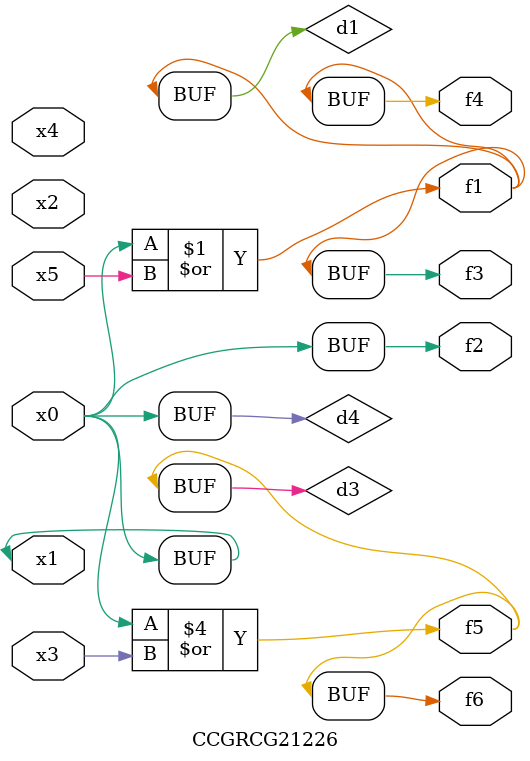
<source format=v>
module CCGRCG21226(
	input x0, x1, x2, x3, x4, x5,
	output f1, f2, f3, f4, f5, f6
);

	wire d1, d2, d3, d4;

	or (d1, x0, x5);
	xnor (d2, x1, x4);
	or (d3, x0, x3);
	buf (d4, x0, x1);
	assign f1 = d1;
	assign f2 = d4;
	assign f3 = d1;
	assign f4 = d1;
	assign f5 = d3;
	assign f6 = d3;
endmodule

</source>
